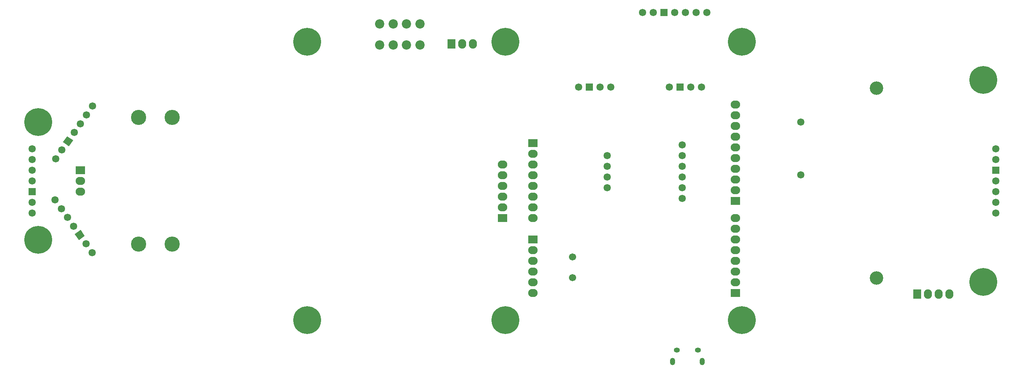
<source format=gbs>
G04 #@! TF.FileFunction,Soldermask,Bot*
%FSLAX46Y46*%
G04 Gerber Fmt 4.6, Leading zero omitted, Abs format (unit mm)*
G04 Created by KiCad (PCBNEW 4.0.4+dfsg1-stable) date Thu Jun  8 13:27:36 2017*
%MOMM*%
%LPD*%
G01*
G04 APERTURE LIST*
%ADD10C,0.100000*%
%ADD11R,2.232000X1.927200*%
%ADD12O,2.232000X1.927200*%
%ADD13C,1.724000*%
%ADD14R,1.724000X1.724000*%
%ADD15C,3.200000*%
%ADD16R,1.927200X2.232000*%
%ADD17O,1.927200X2.232000*%
%ADD18O,1.450000X1.150000*%
%ADD19O,1.200000X1.750000*%
%ADD20C,3.600000*%
%ADD21C,6.600000*%
%ADD22C,1.701140*%
%ADD23C,2.200000*%
G04 APERTURE END LIST*
D10*
D11*
X160758000Y-87510000D03*
D12*
X160758000Y-90050000D03*
X160758000Y-92590000D03*
X160758000Y-95130000D03*
X160758000Y-97670000D03*
X160758000Y-100210000D03*
X160758000Y-102750000D03*
X160758000Y-105290000D03*
D11*
X160758000Y-110390000D03*
D12*
X160758000Y-112930000D03*
X160758000Y-115470000D03*
X160758000Y-118010000D03*
X160758000Y-120550000D03*
X160758000Y-123090000D03*
D11*
X208758000Y-101270000D03*
D12*
X208758000Y-98730000D03*
X208758000Y-96190000D03*
X208758000Y-93650000D03*
X208758000Y-91110000D03*
X208758000Y-88570000D03*
X208758000Y-86030000D03*
X208758000Y-83490000D03*
X208758000Y-80950000D03*
X208758000Y-78410000D03*
D11*
X208758000Y-123110000D03*
D12*
X208758000Y-120570000D03*
X208758000Y-118030000D03*
X208758000Y-115490000D03*
X208758000Y-112950000D03*
X208758000Y-110410000D03*
X208758000Y-107870000D03*
X208758000Y-105330000D03*
D13*
X193108000Y-74200000D03*
D14*
X195648000Y-74200000D03*
D13*
X198188000Y-74200000D03*
X200728000Y-74200000D03*
X171608000Y-74250000D03*
D14*
X174148000Y-74250000D03*
D13*
X176688000Y-74250000D03*
X179228000Y-74250000D03*
X178368000Y-95570000D03*
X178368000Y-93030000D03*
X196148000Y-95570000D03*
X196148000Y-93030000D03*
X196148000Y-98110000D03*
X196148000Y-100650000D03*
X196148000Y-90490000D03*
X196148000Y-87950000D03*
X178368000Y-90490000D03*
X178368000Y-98110000D03*
X42000000Y-104080000D03*
X42000000Y-101540000D03*
D14*
X42000000Y-99000000D03*
D13*
X42000000Y-96460000D03*
X42000000Y-93920000D03*
X42000000Y-91380000D03*
X42000000Y-88840000D03*
X56241305Y-113483877D03*
X54784421Y-111403231D03*
D10*
G36*
X53539223Y-108122053D02*
X54528069Y-109534271D01*
X53115851Y-110523117D01*
X52127005Y-109110899D01*
X53539223Y-108122053D01*
X53539223Y-108122053D01*
G37*
D13*
X51870653Y-107241938D03*
X50413768Y-105161292D03*
X48956884Y-103080646D03*
X47500000Y-101000000D03*
X47629348Y-91241939D03*
X49086232Y-89161293D03*
D10*
G36*
X51743648Y-86868961D02*
X50754802Y-88281179D01*
X49342584Y-87292333D01*
X50331430Y-85880115D01*
X51743648Y-86868961D01*
X51743648Y-86868961D01*
G37*
D13*
X52000000Y-85000000D03*
X53456885Y-82919354D03*
X54913769Y-80838708D03*
X56370653Y-78758062D03*
X186740000Y-56500000D03*
X189280000Y-56500000D03*
D14*
X191820000Y-56500000D03*
D13*
X194360000Y-56500000D03*
X196900000Y-56500000D03*
X199440000Y-56500000D03*
X201980000Y-56500000D03*
X270500000Y-88880000D03*
X270500000Y-91420000D03*
D14*
X270500000Y-93960000D03*
D13*
X270500000Y-96500000D03*
X270500000Y-99040000D03*
X270500000Y-101580000D03*
X270500000Y-104120000D03*
X224220000Y-95020000D03*
X224220000Y-82520000D03*
D15*
X242220000Y-119520000D03*
X242220000Y-74520000D03*
D16*
X141478000Y-64008000D03*
D17*
X144018000Y-64008000D03*
X146558000Y-64008000D03*
D11*
X53500000Y-93960000D03*
D12*
X53500000Y-96500000D03*
X53500000Y-99040000D03*
D18*
X194857100Y-136613460D03*
X199857100Y-136613460D03*
D19*
X193857100Y-139313460D03*
X200857100Y-139313460D03*
D11*
X153518000Y-105300000D03*
D12*
X153518000Y-102760000D03*
X153518000Y-100220000D03*
X153518000Y-97680000D03*
X153518000Y-95140000D03*
X153518000Y-92600000D03*
D20*
X75250000Y-81450000D03*
X67250000Y-81450000D03*
X75250000Y-111450000D03*
X67250000Y-111450000D03*
D16*
X251846979Y-123304249D03*
D17*
X254386979Y-123304249D03*
X256926979Y-123304249D03*
X259466979Y-123304249D03*
D21*
X43500000Y-110500000D03*
X43500000Y-82500000D03*
D22*
X170118000Y-114559060D03*
X170118000Y-119440940D03*
D23*
X124410000Y-59262000D03*
X127610000Y-59262000D03*
X130810000Y-59262000D03*
X134010000Y-59262000D03*
X124410000Y-64262000D03*
X127610000Y-64262000D03*
X130810000Y-64262000D03*
X134010000Y-64262000D03*
D21*
X267500000Y-120500000D03*
X267500000Y-72500000D03*
X107250000Y-129500000D03*
X107250000Y-63500000D03*
X210250000Y-129500000D03*
X210250000Y-63500000D03*
X154250000Y-129500000D03*
X154250000Y-63500000D03*
M02*

</source>
